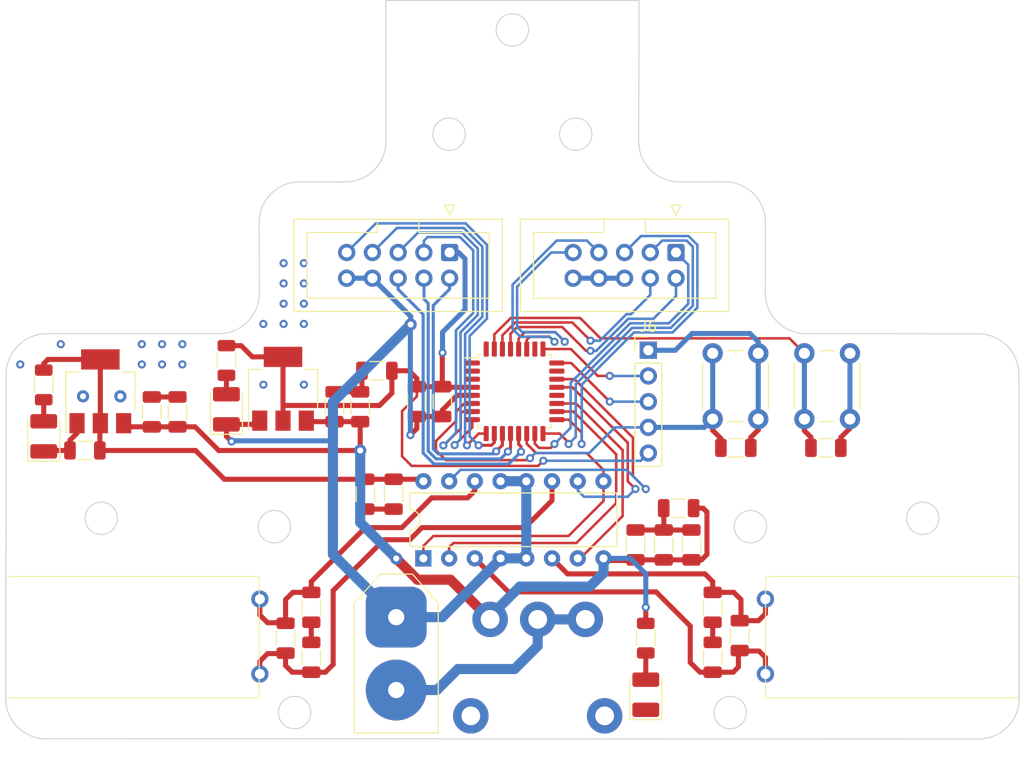
<source format=kicad_pcb>
(kicad_pcb (version 20221018) (generator pcbnew)
  (layers (0 "F.Cu" signal) (31 "B.Cu" signal) (34 "B.Paste" user) (35 "F.Paste" user) (36 "B.SilkS" user "B.Silkscreen") (37 "F.SilkS" user "F.Silkscreen") (38 "B.Mask" user) (39 "F.Mask" user) (44 "Edge.Cuts" user))
  (net 0 "")
  (net 1 "GND")
  (net 2 "+3V3")
  (net 3 "VCC")
  (net 4 "+5V")
  (net 5 "1A_M")
  (net 6 "1B_M")
  (net 7 "2A_M")
  (net 8 "2B_M")
  (net 9 "NRST")
  (net 10 "Net-(D1-A)")
  (net 11 "Net-(D2-A)")
  (net 12 "Net-(D3-A)")
  (net 13 "Net-(J1-Pin_2)")
  (net 14 "A0")
  (net 15 "A1")
  (net 16 "A2")
  (net 17 "A3")
  (net 18 "A4")
  (net 19 "A5")
  (net 20 "A6")
  (net 21 "LD0")
  (net 22 "LD1")
  (net 23 "LD2")
  (net 24 "LD3")
  (net 25 "LD4")
  (net 26 "LD5")
  (net 27 "LD6")
  (net 28 "SWCLK")
  (net 29 "SWDIO")
  (net 33 "EN")
  (net 34 "1A")
  (net 35 "1B")
  (net 37 "2A")
  (net 38 "2B")
  (net 41 "CAL_INT")
  (footprint "LED_SMD:LED_1210_3225Metric_Pad1.42x2.65mm_HandSolder" (layer "F.Cu") (at 98.228 88.535 90)
    (fp_text reference "D2" hide)
    (fp_text value "LED")
  )
  (footprint "Capacitor_SMD:C_1206_3216Metric" (layer "F.Cu") (at 166.554 89.678 180)
    (fp_text reference "C19" hide)
    (fp_text value "100nF")
  )
  (footprint "Capacitor_SMD:C_1206_3216Metric" (layer "F.Cu") (at 137.578682 85.106 90)
    (fp_text reference "C2" hide)
    (fp_text value "100nF")
  )
  (footprint "Capacitor_SMD:C_1206_3216Metric" (layer "F.Cu") (at 126.93 85.614 90)
    (fp_text reference "C4" hide)
    (fp_text value "100nF")
  )
  (footprint "AA_Switches:SPDT_5MS1S102AM6QE" (layer "F.Cu") (at 146.996 111.3825)
    (fp_text reference "SW2" hide)
    (fp_text value "SW_SPDT")
  )
  (footprint "Capacitor_SMD:C_1206_3216Metric" (layer "F.Cu") (at 122.104 108.474 -90)
    (fp_text reference "C17" hide)
    (fp_text value "100nF")
  )
  (footprint "Button_Switch_THT:SW_PUSH_6mm" (layer "F.Cu") (at 164.268 86.832 90)
    (fp_text reference "SW1" hide)
    (fp_text value "~")
  )
  (footprint "Capacitor_SMD:C_1206_3216Metric" (layer "F.Cu") (at 164.268 105.426 -90)
    (fp_text reference "C15" hide)
    (fp_text value "100nF")
  )
  (footprint "Package_DIP:DIP-16_W7.62mm" (layer "F.Cu") (at 135.708 100.59 90)
    (fp_text reference "U4" hide)
    (fp_text value "L293D")
  )
  (footprint "Capacitor_SMD:C_1206_3216Metric" (layer "F.Cu") (at 111.436 86.122 90)
    (fp_text reference "C6" hide)
    (fp_text value "10uF")
  )
  (footprint "Capacitor_SMD:C_1206_3216Metric" (layer "F.Cu") (at 135.058 85.106 90)
    (fp_text reference "C1" hide)
    (fp_text value "4,7uF")
  )
  (footprint "Capacitor_SMD:C_1206_3216Metric" (layer "F.Cu") (at 164.268 110.363 -90)
    (fp_text reference "C13" hide)
    (fp_text value "100nF")
  )
  (footprint "Capacitor_SMD:C_1206_3216Metric" (layer "F.Cu") (at 124.644 110.363 -90)
    (fp_text reference "C16" hide)
    (fp_text value "100nF")
  )
  (footprint "LED_SMD:LED_1210_3225Metric_Pad1.42x2.65mm_HandSolder" (layer "F.Cu") (at 157.664 114.062 90)
    (fp_text reference "D3" hide)
    (fp_text value "LED")
  )
  (footprint "Package_TO_SOT_SMD:SOT-223-3_TabPin2" (layer "F.Cu") (at 121.85 83.836 90)
    (fp_text reference "U2" hide)
    (fp_text value "AMS1117-3.3")
  )
  (footprint "Button_Switch_THT:SW_PUSH_6mm" (layer "F.Cu") (at 173.321 86.832 90)
    (fp_text reference "SW3" hide)
    (fp_text value "~")
  )
  (footprint "Capacitor_SMD:C_1206_3216Metric" (layer "F.Cu") (at 156.648 99.265 90)
    (fp_text reference "C12" hide)
    (fp_text value "100nF")
  )
  (footprint "Resistor_SMD:R_1206_3216Metric" (layer "F.Cu") (at 157.664 108.474 90)
    (fp_text reference "R3" hide)
    (fp_text value "R")
  )
  (footprint "Capacitor_SMD:C_1206_3216Metric" (layer "F.Cu") (at 159.442 99.265 90)
    (fp_text reference "C11" hide)
    (fp_text value "10uF")
  )
  (footprint "Package_TO_SOT_SMD:SOT-223-3_TabPin2" (layer "F.Cu") (at 103.816 84.09 90)
    (fp_text reference "U3" hide)
    (fp_text value "AMS1117-5.0")
  )
  (footprint "Resistor_SMD:R_1206_3216Metric" (layer "F.Cu") (at 98.228 83.455 90)
    (fp_text reference "R2" hide)
    (fp_text value "R")
  )
  (footprint "AB_Connector_IDC:IDC-Header_2x05_P2.54mm_Vertical" (layer "F.Cu") (at 160.647802 70.374 -90)
    (fp_text reference "J5" hide)
    (fp_text value "Conn_02x05_Odd_Even")
  )
  (footprint "AA_Connectors:Pollolu_motor_goldpin" (layer "F.Cu") (at 119.564 108.314 -90)
    (fp_text reference "J3" hide)
    (fp_text value "Screw_Terminal_01x02")
  )
  (footprint "AB_Connector_PinHeader_2.54mm:PinHeader_1x05_P2.54mm_Vertical" (layer "F.Cu") (at 157.918 80.031)
    (fp_text reference "J6")
    (fp_text value "Conn_01x05_Pin")
  )
  (footprint "LED_SMD:LED_1210_3225Metric_Pad1.42x2.65mm_HandSolder" (layer "F.Cu") (at 116.262 85.868 90)
    (fp_text reference "D1" hide)
    (fp_text value "LED")
  )
  (footprint "Capacitor_SMD:C_1206_3216Metric" (layer "F.Cu") (at 162.179 99.265 90)
    (fp_text reference "C21" hide)
    (fp_text value "10uF")
  )
  (footprint "AB_Connector_IDC:IDC-Header_2x05_P2.54mm_Vertical" (layer "F.Cu") (at 138.295802 70.374 -90)
    (fp_text reference "J4" hide)
    (fp_text value "Conn_02x05_Odd_Even")
  )
  (footprint "Resistor_SMD:R_1206_3216Metric" (layer "F.Cu") (at 116.262 81.042 90)
    (fp_text reference "R1" hide)
    (fp_text value "R")
  )
  (footprint "Capacitor_SMD:C_1206_3216Metric" (layer "F.Cu") (at 175.444 89.678 180)
    (fp_text reference "C20" hide)
    (fp_text value "100nF")
  )
  (footprint "Capacitor_SMD:C_1206_3216Metric" (layer "F.Cu") (at 108.896 86.122 90)
    (fp_text reference "C7" hide)
    (fp_text value "100nF")
  )
  (footprint "Capacitor_SMD:C_1206_3216Metric" (layer "F.Cu") (at 124.644 105.426 -90)
    (fp_text reference "C18" hide)
    (fp_text value "100nF")
  )
  (footprint "Capacitor_SMD:C_1206_3216Metric" (layer "F.Cu") (at 131.121 82.058 180)
    (fp_text reference "C5" hide)
    (fp_text value "22uF")
  )
  (footprint "Capacitor_SMD:C_1206_3216Metric" (layer "F.Cu") (at 166.935 108.22 -90)
    (fp_text reference "C14" hide)
    (fp_text value "100nF")
  )
  (footprint "Capacitor_SMD:C_1206_3216Metric" (layer "F.Cu") (at 129.47 85.614 90)
    (fp_text reference "C3" hide)
    (fp_text value "10uF")
  )
  (footprint "AB_Connector_AMASS:AMASS_XT60-M_1x02_P7.20mm_Vertical" (layer "F.Cu") (at 133.026 106.398 -90)
    (fp_text reference "J1" hide)
    (fp_text value "Screw_Terminal_01x02")
  )
  (footprint "Capacitor_SMD:C_1206_3216Metric" (layer "F.Cu") (at 160.909 95.631 180)
    (fp_text reference "C22" hide)
    (fp_text value "10uF")
  )
  (footprint "Capacitor_SMD:C_1206_3216Metric" (layer "F.Cu") (at 102.292 89.932 180)
    (fp_text reference "C8" hide)
    (fp_text value "22uF")
  )
  (footprint "AA_Connectors:Pollolu_motor_goldpin" (layer "F.Cu") (at 169.475 108.314 90)
    (fp_text reference "J2" hide)
    (fp_text value "Screw_Terminal_01x02")
  )
  (footprint "Package_QFP:LQFP-32_7x7mm_P0.8mm" (layer "F.Cu") (at 144.71 84.09)
    (fp_text reference "U1" hide)
    (fp_text value "STM32G030K6Tx")
  )
  (footprint "Capacitor_SMD:C_1206_3216Metric" (layer "F.Cu") (at 132.772 94.25 90)
    (fp_text reference "C9" hide)
    (fp_text value "10uF")
  )
  (footprint "Capacitor_SMD:C_1206_3216Metric" (layer "F.Cu") (at 129.978 94.25 90)
    (fp_text reference "C10" hide)
    (fp_text value "100nF")
  )
  (gr_rect (start 94.494 102.38) (end 119.494 114.38) (stroke (width 0.1)) (fill none) (layer "F.SilkS"))
  (gr_rect (start 169.494 102.38) (end 194.494 114.38) (stroke (width 0.1)) (fill none) (layer "F.SilkS"))
  (gr_line (start 190.494 78.4136) (end 173.462801 78.387199) (stroke (width 0.1)) (layer "Edge.Cuts"))
  (gr_arc (start 119.4948 67.3984) (mid 120.666373 64.569973) (end 123.4948 63.3984) (stroke (width 0.1)) (layer "Edge.Cuts"))
  (gr_circle (center 150.744 58.69) (end 152.344 58.69) (stroke (width 0.1)) (fill none) (layer "Edge.Cuts"))
  (gr_line (start 98.5328 78.4004) (end 115.5132 78.3872) (stroke (width 0.1)) (layer "Edge.Cuts"))
  (gr_circle (center 103.9104 96.634) (end 105.5104 96.634) (stroke (width 0.1)) (fill none) (layer "Edge.Cuts"))
  (gr_circle (center 167.994 97.46) (end 169.594 97.46) (stroke (width 0.1)) (fill none) (layer "Edge.Cuts"))
  (gr_line (start 132.01 59.4012) (end 131.994 45.482) (stroke (width 0.1)) (layer "Edge.Cuts"))
  (gr_circle (center 185.0016 96.634) (end 186.6016 96.634) (stroke (width 0.1)) (fill none) (layer "Edge.Cuts"))
  (gr_line (start 156.966 59.4012) (end 156.994 45.482) (stroke (width 0.1)) (layer "Edge.Cuts"))
  (gr_arc (start 94.5196 82.4136) (mid 95.695039 79.575839) (end 98.5328 78.4004) (stroke (width 0.1)) (layer "Edge.Cuts"))
  (gr_arc (start 132.01 59.4012) (mid 130.838427 62.229627) (end 128.01 63.4012) (stroke (width 0.1)) (layer "Edge.Cuts"))
  (gr_line (start 194.494 82.4136) (end 194.5316 114.4308) (stroke (width 0.1)) (layer "Edge.Cuts"))
  (gr_arc (start 165.471973 63.395227) (mid 168.3004 64.5668) (end 169.471973 67.395227) (stroke (width 0.1)) (layer "Edge.Cuts"))
  (gr_line (start 128.01 63.4012) (end 123.4948 63.3984) (stroke (width 0.1)) (layer "Edge.Cuts"))
  (gr_line (start 169.462801 74.387199) (end 169.471973 67.395227) (stroke (width 0.1)) (layer "Edge.Cuts"))
  (gr_line (start 119.5132 74.3872) (end 119.4948 67.3984) (stroke (width 0.1)) (layer "Edge.Cuts"))
  (gr_line (start 131.994 45.482) (end 156.994 45.482) (stroke (width 0.1)) (layer "Edge.Cuts"))
  (gr_arc (start 160.966 63.4012) (mid 158.137573 62.229627) (end 156.966 59.4012) (stroke (width 0.1)) (layer "Edge.Cuts"))
  (gr_circle (center 122.994 115.824) (end 124.594 115.824) (stroke (width 0.1)) (fill none) (layer "Edge.Cuts"))
  (gr_line (start 98.4688 118.4176) (end 190.5316 118.4308) (stroke (width 0.1)) (layer "Edge.Cuts"))
  (gr_arc (start 190.494 78.4136) (mid 193.322427 79.585173) (end 194.494 82.4136) (stroke (width 0.1)) (layer "Edge.Cuts"))
  (gr_line (start 165.471973 63.395227) (end 160.966 63.4012) (stroke (width 0.1)) (layer "Edge.Cuts"))
  (gr_arc (start 119.5132 74.3872) (mid 118.341627 77.215627) (end 115.5132 78.3872) (stroke (width 0.1)) (layer "Edge.Cuts"))
  (gr_line (start 94.5196 82.4136) (end 94.4688 114.4176) (stroke (width 0.1)) (layer "Edge.Cuts"))
  (gr_circle (center 138.244 58.69) (end 139.844 58.69) (stroke (width 0.1)) (fill none) (layer "Edge.Cuts"))
  (gr_arc (start 98.4688 118.4176) (mid 95.640373 117.246027) (end 94.4688 114.4176) (stroke (width 0.1)) (layer "Edge.Cuts"))
  (gr_arc (start 173.462801 78.387199) (mid 170.634374 77.215626) (end 169.462801 74.387199) (stroke (width 0.1)) (layer "Edge.Cuts"))
  (gr_circle (center 120.994 97.46) (end 122.594 97.46) (stroke (width 0.1)) (fill none) (layer "Edge.Cuts"))
  (gr_arc (start 194.5316 114.4308) (mid 193.360027 117.259227) (end 190.5316 118.4308) (stroke (width 0.1)) (layer "Edge.Cuts"))
  (gr_circle (center 144.494 48.38) (end 146.094 48.38) (stroke (width 0.1)) (fill none) (layer "Edge.Cuts"))
  (gr_circle (center 165.994 115.824) (end 167.594 115.824) (stroke (width 0.1)) (fill none) (layer "Edge.Cuts"))
  (segment (start 119.1805 87.3555) (end 119.55 86.986) (width 1) (layer "F.Cu") (net 1))
  (segment (start 124.644 106.901) (end 124.644 108.888) (width 0.5) (layer "F.Cu") (net 1))
  (segment (start 116.262 87.3555) (end 116.262 88.535) (width 0.5) (layer "F.Cu") (net 1))
  (segment (start 176.919 89.678) (end 176.919 88.638) (width 0.5) (layer "F.Cu") (net 1))
  (segment (start 129.646 83.963) (end 129.47 84.139) (width 0.5) (layer "F.Cu") (net 1))
  (segment (start 101.516 88.222) (end 101.516 87.24) (width 0.5) (layer "F.Cu") (net 1))
  (segment (start 168.768 87.899) (end 168.768 86.832) (width 0.5) (layer "F.Cu") (net 1))
  (segment (start 100.817 89.932) (end 98.3185 89.932) (width 0.5) (layer "F.Cu") (net 1))
  (segment (start 139.03 84.49) (end 137.578682 85.941318) (width 0.5) (layer "F.Cu") (net 1))
  (segment (start 129.47 84.139) (end 126.93 84.139) (width 0.5) (layer "F.Cu") (net 1))
  (segment (start 132.772 95.725) (end 129.978 95.725) (width 0.5) (layer "F.Cu") (net 1))
  (segment (start 100.817 88.921) (end 101.516 88.222) (width 0.5) (layer "F.Cu") (net 1))
  (segment (start 159.442 97.79) (end 156.648 97.79) (width 0.5) (layer "F.Cu") (net 1))
  (segment (start 111.436 84.647) (end 108.896 84.647) (width 0.5) (layer "F.Cu") (net 1))
  (segment (start 159.442 97.79) (end 159.442 95.639) (width 0.5) (layer "F.Cu") (net 1))
  (segment (start 177.821 87.736) (end 177.821 86.832) (width 0.5) (layer "F.Cu") (net 1))
  (segment (start 135.058 87.773) (end 135.058 86.581) (width 0.5) (layer "F.Cu") (net 1))
  (segment (start 134.423 88.408) (end 135.058 87.773) (width 0.5) (layer "F.Cu") (net 1))
  (segment (start 168.029 89.678) (end 168.029 88.638) (width 0.5) (layer "F.Cu") (net 1))
  (segment (start 164.268 108.888) (end 164.268 106.901) (width 0.5) (layer "F.Cu") (net 1))
  (segment (start 168.029 88.638) (end 168.768 87.899) (width 0.5) (layer "F.Cu") (net 1))
  (segment (start 116.262 88.535) (end 116.77 89.043) (width 0.5) (layer "F.Cu") (net 1))
  (segment (start 176.919 88.638) (end 177.821 87.736) (width 0.5) (layer "F.Cu") (net 1))
  (segment (start 116.262 87.3555) (end 119.1805 87.3555) (width 0.5) (layer "F.Cu") (net 1))
  (segment (start 140.535 84.49) (end 139.03 84.49) (width 0.5) (layer "F.Cu") (net 1))
  (segment (start 159.442 97.79) (end 162.179 97.79) (width 0.5) (layer "F.Cu") (net 1))
  (segment (start 129.646 82.058) (end 129.646 83.963) (width 0.5) (layer "F.Cu") (net 1))
  (segment (start 159.442 95.639) (end 159.434 95.631) (width 0.5) (layer "F.Cu") (net 1))
  (segment (start 98.3185 89.932) (end 98.228 90.0225) (width 0.5) (layer "F.Cu") (net 1))
  (segment (start 137.578682 86.581) (end 135.058 86.581) (width 0.5) (layer "F.Cu") (net 1))
  (segment (start 137.578682 85.941318) (end 137.578682 86.581) (width 0.5) (layer "F.Cu") (net 1))
  (segment (start 100.817 89.932) (end 100.817 88.921) (width 0.5) (layer "F.Cu") (net 1))
  (via (at 134.423 88.408) (size 0.8) (drill 0.4) (layers "F.Cu" "B.Cu") (net 1))
  (via (at 105.791 84.582) (size 1.2) (drill 0.6) (layers "F.Cu" "B.Cu") (net 1))
  (via (at 102.108 84.582) (size 1.2) (drill 0.6) (layers "F.Cu" "B.Cu") (net 1))
  (via (at 116.77 89.043) (size 0.8) (drill 0.4) (layers "F.Cu" "B.Cu") (net 1))
  (via (at 134.4484 77.486) (size 1.2) (drill 0.6) (layers "F.Cu" "B.Cu") (net 1))
  (segment (start 134.4484 76.686598) (end 130.675802 72.914) (width 0.5) (layer "B.Cu") (net 1))
  (segment (start 126.7776 85.1568) (end 126.7776 89.043) (width 1) (layer "B.Cu") (net 1))
  (segment (start 143.328 100.59) (end 145.868 100.59) (width 1) (layer "B.Cu") (net 1))
  (segment (start 134.423 88.408) (end 134.423 77.5114) (width 0.5) (layer "B.Cu") (net 1))
  (segment (start 143.328 100.639) (end 137.569 106.398) (width 1) (layer "B.Cu") (net 1))
  (segment (start 126.7166 88.982) (end 126.7776 89.043) (width 0.5) (layer "B.Cu") (net 1))
  (segment (start 116.831 88.982) (end 126.7166 88.982) (width 0.5) (layer "B.Cu") (net 1))
  (segment (start 143.328 100.59) (end 143.328 100.639) (width 1) (layer "B.Cu") (net 1))
  (segment (start 145.868 92.97) (end 143.328 92.97) (width 1) (layer "B.Cu") (net 1))
  (segment (start 145.868 92.97) (end 145.868 100.59) (width 1) (layer "B.Cu") (net 1))
  (segment (start 137.569 106.398) (end 133.026 106.398) (width 1) (layer "B.Cu") (net 1))
  (segment (start 116.77 89.043) (end 116.831 88.982) (width 0.5) (layer "B.Cu") (net 1))
  (segment (start 150.487802 72.914) (end 153.027802 72.914) (width 0.5) (layer "B.Cu") (net 1))
  (segment (start 167.951 78.375) (end 168.768 79.192) (width 0.5) (layer "B.Cu") (net 1))
  (segment (start 160.58 80.031) (end 162.236 78.375) (width 0.5) (layer "B.Cu") (net 1))
  (segment (start 162.236 78.375) (end 167.951 78.375) (width 0.5) (layer "B.Cu") (net 1))
  (segment (start 157.918 80.031) (end 160.58 80.031) (width 0.5) (layer "B.Cu") (net 1))
  (segment (start 134.423 77.5114) (end 134.4484 77.486) (width 0.5) (layer "B.Cu") (net 1))
  (segment (start 130.675802 72.914) (end 128.135802 72.914) (width 0.5) (layer "B.Cu") (net 1))
  (segment (start 134.4484 77.486) (end 134.4484 76.686598) (width 0.5) (layer "B.Cu") (net 1))
  (segment (start 168.768 79.192) (end 168.768 86.78) (width 0.5) (layer "B.Cu") (net 1))
  (segment (start 126.7776 100.1936) (end 132.982 106.398) (width 1) (layer "B.Cu") (net 1))
  (segment (start 177.821 80.332) (end 177.821 86.832) (width 0.5) (layer "B.Cu") (net 1))
  (segment (start 132.982 106.398) (end 133.026 106.398) (width 1) (layer "B.Cu") (net 1))
  (segment (start 134.4484 77.486) (end 126.7776 85.1568) (width 1) (layer "B.Cu") (net 1))
  (segment (start 126.7776 89.043) (end 126.7776 100.1936) (width 1) (layer "B.Cu") (net 1))
  (segment (start 153.027802 72.914) (end 155.567802 72.914) (width 0.5) (layer "B.Cu") (net 1))
  (segment (start 134.296 82.058) (end 135.058 82.82) (width 0.5) (layer "F.Cu") (net 2))
  (segment (start 133.604 86.052) (end 135.058 84.598) (width 0.25) (layer "F.Cu") (net 2))
  (segment (start 121.85 80.686) (end 121.85 85.487) (width 0.5) (layer "F.Cu") (net 2))
  (segment (start 137.637682 83.69) (end 137.578682 83.631) (width 0.5) (layer "F.Cu") (net 2))
  (segment (start 137.598 80.28) (end 137.578682 80.299318) (width 0.5) (layer "F.Cu") (net 2))
  (segment (start 135.058 82.82) (end 135.058 83.631) (width 0.5) (layer "F.Cu") (net 2))
  (segment (start 116.262 79.5795) (end 117.7205 79.5795) (width 0.5) (layer "F.Cu") (net 2))
  (segment (start 132.596 84.266) (end 131.375 85.487) (width 0.5) (layer "F.Cu") (net 2))
  (segment (start 117.7205 79.5795) (end 118.827 80.686) (width 0.5) (layer "F.Cu") (net 2))
  (segment (start 118.827 80.686) (end 121.85 80.686) (width 0.5) (layer "F.Cu") (net 2))
  (segment (start 131.375 85.487) (end 121.85 85.487) (width 0.5) (layer "F.Cu") (net 2))
  (segment (start 133.604 90.51) (end 133.604 86.052) (width 0.25) (layer "F.Cu") (net 2))
  (segment (start 140.535 83.69) (end 137.637682 83.69) (width 0.5) (layer "F.Cu") (net 2))
  (segment (start 147.545799 90.948) (end 147.037799 91.456) (width 0.25) (layer "F.Cu") (net 2))
  (segment (start 134.55 91.456) (end 133.604 90.51) (width 0.25) (layer "F.Cu") (net 2))
  (segment (start 135.058 84.598) (end 135.058 83.631) (width 0.25) (layer "F.Cu") (net 2))
  (segment (start 132.596 82.058) (end 132.596 84.266) (width 0.5) (layer "F.Cu") (net 2))
  (segment (start 137.578682 80.299318) (end 137.578682 83.631) (width 0.5) (layer "F.Cu") (net 2))
  (segment (start 132.596 82.058) (end 134.296 82.058) (width 0.5) (layer "F.Cu") (net 2))
  (segment (start 147.037799 91.456) (end 134.55 91.456) (width 0.25) (layer "F.Cu") (net 2))
  (segment (start 121.85 85.487) (end 121.85 86.986) (width 0.5) (layer "F.Cu") (net 2))
  (segment (start 135.058 83.631) (end 137.578682 83.631) (width 0.5) (layer "F.Cu") (net 2))
  (via (at 123.91 71.432) (size 0.8) (drill 0.4) (layers "F.Cu" "B.Cu") (net 2))
  (via (at 123.91 77.432) (size 0.8) (drill 0.4) (layers "F.Cu" "B.Cu") (net 2))
  (via (at 123.91 73.432) (size 0.8) (drill 0.4) (layers "F.Cu" "B.Cu") (net 2))
  (via (at 147.545799 90.948) (size 0.8) (drill 0.4) (layers "F.Cu" "B.Cu") (net 2))
  (via (at 121.91 75.432) (size 0.8) (drill 0.4) (layers "F.Cu" "B.Cu") (net 2))
  (via (at 119.91 77.432) (size 0.8) (drill 0.4) (layers "F.Cu" "B.Cu") (net 2))
  (via (at 123.91 75.432) (size 0.8) (drill 0.4) (layers "F.Cu" "B.Cu") (net 2))
  (via (at 121.91 71.432) (size 0.8) (drill 0.4) (layers "F.Cu" "B.Cu") (net 2))
  (via (at 119.91 83.432) (size 0.8) (drill 0.4) (layers "F.Cu" "B.Cu") (net 2))
  (via (at 137.598 80.28) (size 0.8) (drill 0.4) (layers "F.Cu" "B.Cu") (net 2))
  (via (at 121.91 73.432) (size 0.8) (drill 0.4) (layers "F.Cu" "B.Cu") (net 2))
  (via (at 121.91 77.432) (size 0.8) (drill 0.4) (layers "F.Cu" "B.Cu") (net 2))
  (via (at 123.91 83.432) (size 0.8) (drill 0.4) (layers "F.Cu" "B.Cu") (net 2))
  (segment (start 157.161 90.948) (end 157.918 90.191) (width 0.25) (layer "B.Cu") (net 2))
  (segment (start 147.545799 90.948) (end 157.161 90.948) (width 0.25) (layer "B.Cu") (net 2))
  (segment (start 139.819802 71.009) (end 139.184802 70.374) (width 0.5) (layer "B.Cu") (net 2))
  (segment (start 137.598 80.28) (end 137.598 78.248) (width 0.5) (layer "B.Cu") (net 2))
  (segment (start 137.598 78.248) (end 139.819802 76.026198) (width 0.5) (layer "B.Cu") (net 2))
  (segment (start 139.819802 76.026198) (end 139.819802 74.692) (width 0.5) (layer "B.Cu") (net 2))
  (segment (start 139.184802 70.374) (end 138.295802 70.374) (width 0.5) (layer "B.Cu") (net 2))
  (segment (start 139.819802 74.692) (end 139.819802 71.009) (width 0.5) (layer "B.Cu") (net 2))
  (segment (start 108.896 87.597) (end 106.473 87.597) (width 0.5) (layer "F.Cu") (net 3))
  (segment (start 126.93 87.089) (end 124.253 87.089) (width 0.5) (layer "F.Cu") (net 3))
  (segment (start 157.664 105.426) (end 157.664 107.0115) (width 0.5) (layer "F.Cu") (net 3))
  (segment (start 129.47 89.932) (end 129.47 87.089) (width 0.5) (layer "F.Cu") (net 3))
  (segment (start 162.179 100.74) (end 163.166 100.74) (width 0.5) (layer "F.Cu") (net 3))
  (segment (start 111.436 87.597) (end 108.896 87.597) (width 0.5) (layer "F.Cu") (net 3))
  (segment (start 163.703 96.012) (end 163.322 95.631) (width 0.5) (layer "F.Cu") (net 3))
  (segment (start 142.296 106.6175) (end 138.3765 102.698) (width 1) (layer "F.Cu") (net 3))
  (segment (start 135.124 102.698) (end 133.026 100.6) (width 1) (layer "F.Cu") (net 3))
  (segment (start 129.47 87.089) (end 126.93 87.089) (width 0.5) (layer "F.Cu") (net 3))
  (segment (start 162.179 100.74) (end 159.442 100.74) (width 0.5) (layer "F.Cu") (net 3))
  (segment (start 163.703 100.203) (end 163.703 96.012) (width 0.5) (layer "F.Cu") (net 3))
  (segment (start 115.5 89.932) (end 113.165 87.597) (width 0.5) (layer "F.Cu") (net 3))
  (segment (start 106.473 87.597) (end 106.116 87.24) (width 1) (layer "F.Cu") (net 3))
  (segment (start 124.253 87.089) (end 124.15 86.986) (width 1) (layer "F.Cu") (net 3))
  (segment (start 138.3765 102.698) (end 135.124 102.698) (width 1) (layer "F.Cu") (net 3))
  (segment (start 163.322 95.631) (end 162.384 95.631) (width 0.5) (layer "F.Cu") (net 3))
  (segment (start 163.166 100.74) (end 163.703 100.203) (width 0.5) (layer "F.Cu") (net 3))
  (segment (start 156.648 100.805) (end 153.703 100.805) (width 0.5) (layer "F.Cu") (net 3))
  (segment (start 153.703 100.805) (end 153.488 100.59) (width 1) (layer "F.Cu") (net 3))
  (segment (start 159.442 100.74) (end 156.648 100.74) (width 0.5) (layer "F.Cu") (net 3))
  (segment (start 129.47 89.932) (end 115.5 89.932) (width 0.5) (layer "F.Cu") (net 3))
  (segment (start 113.165 87.597) (end 111.436 87.597) (width 0.5) (layer "F.Cu") (net 3))
  (via (at 129.47 89.932) (size 1.2) (drill 0.6) (layers "F.Cu" "B.Cu") (net 3))
  (via (at 157.664 105.426) (size 0.8) (drill 0.4) (layers "F.Cu" "B.Cu") (net 3))
  (via (at 133.026 100.6) (size 1.2) (drill 0.6) (layers "F.Cu" "B.Cu") (net 3))
  (segment (start 142.296 106.316) (end 145.234 103.378) (width 1) (layer "B.Cu") (net 3))
  (segment (start 157.664 102.124) (end 157.664 105.426) (width 0.5) (layer "B.Cu") (net 3))
  (segment (start 129.47 97.044) (end 133.026 100.6) (width 1) (layer "B.Cu") (net 3))
  (segment (start 153.488 102.036) (end 153.488 100.59) (width 1) (layer "B.Cu") (net 3))
  (segment (start 156.13 100.59) (end 157.664 102.124) (width 0.5) (layer "B.Cu") (net 3))
  (segment (start 142.296 106.6175) (end 142.296 106.316) (width 1) (layer "B.Cu") (net 3))
  (segment (start 152.146 103.378) (end 153.488 102.036) (width 1) (layer "B.Cu") (net 3))
  (segment (start 153.488 100.59) (end 156.13 100.59) (width 0.5) (layer "B.Cu") (net 3))
  (segment (start 145.234 103.378) (end 152.146 103.378) (width 1) (layer "B.Cu") (net 3))
  (segment (start 129.47 89.932) (end 129.47 97.044) (width 1) (layer "B.Cu") (net 3))
  (segment (start 135.513 92.775) (end 135.708 92.97) (width 1) (layer "F.Cu") (net 4))
  (segment (start 98.228 81.9925) (end 98.228 81.35) (width 0.5) (layer "F.Cu") (net 4))
  (segment (start 98.638 80.94) (end 103.816 80.94) (width 0.5) (layer "F.Cu") (net 4))
  (segment (start 129.978 92.775) (end 132.772 92.775) (width 0.5) (layer "F.Cu") (net 4))
  (segment (start 113.214 89.932) (end 116.057 92.775) (width 0.5) (layer "F.Cu") (net 4))
  (segment (start 98.228 81.35) (end 98.638 80.94) (width 0.5) (layer "F.Cu") (net 4))
  (segment (start 116.057 92.775) (end 129.978 92.775) (width 0.5) (layer "F.Cu") (net 4))
  (segment (start 103.767 89.932) (end 103.767 87.289) (width 0.5) (layer "F.Cu") (net 4))
  (segment (start 103.767 87.289) (end 103.816 87.24) (width 1) (layer "F.Cu") (net 4))
  (segment (start 132.772 92.775) (end 135.513 92.775) (width 0.5) (layer "F.Cu") (net 4))
  (segment (start 103.767 89.932) (end 113.214 89.932) (width 0.5) (layer "F.Cu") (net 4))
  (segment (start 103.816 80.94) (end 103.816 87.24) (width 0.5) (layer "F.Cu") (net 4))
  (via (at 111.91 79.432) (size 0.8) (drill 0.4) (layers "F.Cu" "B.Cu") (net 4))
  (via (at 99.91 79.432) (size 0.8) (drill 0.4) (layers "F.Cu" "B.Cu") (net 4))
  (via (at 111.91 81.432) (size 0.8) (drill 0.4) (layers "F.Cu" "B.Cu") (net 4))
  (via (at 109.91 81.432) (size 0.8) (drill 0.4) (layers "F.Cu" "B.Cu") (net 4))
  (via (at 107.91 81.432) (size 0.8) (drill 0.4) (layers "F.Cu" "B.Cu") (net 4))
  (via (at 107.91 79.432) (size 0.8) (drill 0.4) (layers "F.Cu" "B.Cu") (net 4))
  (via (at 109.91 79.432) (size 0.8) (drill 0.4) (layers "F.Cu" "B.Cu") (net 4))
  (via (at 95.91 81.432) (size 0.8) (drill 0.4) (layers "F.Cu" "B.Cu") (net 4))
  (segment (start 166.292 111.838) (end 166.808 111.322) (width 0.5) (layer "F.Cu") (net 5))
  (segment (start 162.052 107.274) (end 162.052 110.871) (width 0.5) (layer "F.Cu") (net 5))
  (segment (start 163.019 111.838) (end 166.292 111.838) (width 0.5) (layer "F.Cu") (net 5))
  (segment (start 166.808 109.822) (end 166.935 109.695) (width 1) (layer "F.Cu") (net 5))
  (segment (start 162.052 110.871) (end 163.019 111.838) (width 0.5) (layer "F.Cu") (net 5))
  (segment (start 169.475 110.379) (end 169.475 112.014) (width 0.5) (layer "F.Cu") (net 5))
  (segment (start 166.935 109.695) (end 166.984 109.744) (width 1) (layer "F.Cu") (net 5))
  (segment (start 140.788 100.59) (end 144.1 103.902) (width 0.5) (layer "F.Cu") (net 5))
  (segment (start 166.984 109.744) (end 168.84 109.744) (width 0.5) (layer "F.Cu") (net 5))
  (segment (start 166.808 111.322) (end 166.808 109.822) (width 0.5) (layer "F.Cu") (net 5))
  (segment (start 144.1 103.902) (end 158.68 103.902) (width 0.5) (layer "F.Cu") (net 5))
  (segment (start 158.68 103.902) (end 162.052 107.274) (width 0.5) (layer "F.Cu") (net 5))
  (segment (start 167.013 109.773) (end 166.935 109.695) (width 1) (layer "F.Cu") (net 5))
  (segment (start 168.84 109.744) (end 169.475 110.379) (width 0.5) (layer "F.Cu") (net 5))
  (segment (start 149.942 102.124) (end 148.408 100.59) (width 0.5) (layer "F.Cu") (net 6))
  (segment (start 164.268 103.951) (end 166.349 103.951) (width 0.5) (layer "F.Cu") (net 6))
  (segment (start 163.506 102.124) (end 149.942 102.124) (width 0.5) (layer "F.Cu") (net 6))
  (segment (start 169.475 106.061) (end 169.475 104.614) (width 0.5) (layer "F.Cu") (net 6))
  (segment (start 168.791 106.745) (end 169.475 106.061) (width 0.5) (layer "F.Cu") (net 6))
  (segment (start 164.268 103.951) (end 164.268 102.886) (width 0.5) (layer "F.Cu") (net 6))
  (segment (start 166.935 106.745) (end 168.791 106.745) (width 0.5) (layer "F.Cu") (net 6))
  (segment (start 167.062 104.664) (end 167.062 106.618) (width 0.5) (layer "F.Cu") (net 6))
  (segment (start 164.268 102.886) (end 163.506 102.124) (width 0.5) (layer "F.Cu") (net 6))
  (segment (start 166.349 103.951) (end 167.062 104.664) (width 0.5) (layer "F.Cu") (net 6))
  (segment (start 167.062 106.618) (end 166.935 106.745) (width 1) (layer "F.Cu") (net 6))
  (segment (start 145.726 97.552) (end 135.566 97.552) (width 0.5) (layer "F.Cu") (net 7))
  (segment (start 122.104 109.949) (end 122.055 109.998) (width 1) (layer "F.Cu") (net 7))
  (segment (start 124.644 111.838) (end 122.76 111.838) (width 0.5) (layer "F.Cu") (net 7))
  (segment (start 126.803 103.775) (end 126.803 111.068) (width 0.5) (layer "F.Cu") (net 7))
  (segment (start 122.055 109.998) (end 120.326 109.998) (width 0.5) (layer "F.Cu") (net 7))
  (segment (start 148.408 94.87) (end 145.726 97.552) (width 0.5) (layer "F.Cu") (net 7))
  (segment (start 119.564 110.76) (end 119.564 112.014) (width 0.5) (layer "F.Cu") (net 7))
  (segment (start 126.803 111.068) (end 126.033 111.838) (width 0.5) (layer "F.Cu") (net 7))
  (segment (start 126.033 111.838) (end 124.644 111.838) (width 0.5) (layer "F.Cu") (net 7))
  (segment (start 131.826 98.752) (end 126.803 103.775) (width 0.5) (layer "F.Cu") (net 7))
  (segment (start 120.326 109.998) (end 119.564 110.76) (width 0.5) (layer "F.Cu") (net 7))
  (segment (start 135.566 97.552) (end 134.366 98.752) (width 0.5) (layer "F.Cu") (net 7))
  (segment (start 148.408 92.97) (end 148.408 94.87) (width 0.5) (layer "F.Cu") (net 7))
  (segment (start 134.366 98.752) (end 131.826 98.752) (width 0.5) (layer "F.Cu") (net 7))
  (segment (start 122.76 111.838) (end 122.104 111.182) (width 0.5) (layer "F.Cu") (net 7))
  (segment (start 122.104 111.182) (end 122.104 109.949) (width 0.5) (layer "F.Cu") (net 7))
  (segment (start 122.055 106.95) (end 120.326 106.95) (width 0.5) (layer "F.Cu") (net 8))
  (segment (start 120.326 106.95) (end 119.564 106.188) (width 0.5) (layer "F.Cu") (net 8))
  (segment (start 140.788 93.908) (end 140.788 92.97) (width 0.5) (layer "F.Cu") (net 8))
  (segment (start 122.104 104.664) (end 122.104 106.999) (width 0.5) (layer "F.Cu") (net 8))
  (segment (start 129.978 97.552) (end 133.588 97.552) (width 0.5) (layer "F.Cu") (net 8))
  (segment (start 140.08 94.616) (end 140.788 93.908) (width 0.5) (layer "F.Cu") (net 8))
  (segment (start 136.524 94.616) (end 140.08 94.616) (width 0.5) (layer "F.Cu") (net 8))
  (segment (start 124.644 103.951) (end 122.817 103.951) (width 0.5) (layer "F.Cu") (net 8))
  (segment (start 122.104 106.999) (end 122.055 106.95) (width 1) (layer "F.Cu") (net 8))
  (segment (start 133.588 97.552) (end 136.524 94.616) (width 0.5) (layer "F.Cu") (net 8))
  (segment (start 122.817 103.951) (end 122.104 104.664) (width 0.5) (layer "F.Cu") (net 8))
  (segment (start 124.644 103.648) (end 124.644 102.886) (width 0.5) (layer "F.Cu") (net 8))
  (segment (start 124.644 102.886) (end 129.978 97.552) (width 0.5) (layer "F.Cu") (net 8))
  (segment (start 119.564 106.188) (end 119.564 104.614) (width 0.5) (layer "F.Cu") (net 8))
  (segment (start 136.9492 89.9182) (end 136.9492 88.998655) (width 0.25) (layer "F.Cu") (net 9))
  (segment (start 146.234 90.694) (end 146.038 90.89) (width 0.25) (layer "F.Cu") (net 9))
  (segment (start 138.9514 86.088004) (end 139.749404 85.29) (width 0.25) (layer "F.Cu") (net 9))
  (segment (start 138.9514 86.996455) (end 138.9514 86.088004) (width 0.25) (layer "F.Cu") (net 9))
  (segment (start 139.749404 85.29) (end 140.535 85.29) (width 0.25) (layer "F.Cu") (net 9))
  (segment (start 165.079 88.752) (end 164.268 87.941) (width 0.5) (layer "F.Cu") (net 9))
  (segment (start 146.038 90.89) (end 137.921 90.89) (width 0.25) (layer "F.Cu") (net 9))
  (segment (start 137.921 90.89) (end 136.9492 89.9182) (width 0.25) (layer "F.Cu") (net 9))
  (segment (start 165.079 89.678) (end 165.079 88.752) (width 0.5) (layer "F.Cu") (net 9))
  (segment (start 164.268 87.941) (end 164.268 86.832) (width 0.5) (layer "F.Cu") (net 9))
  (segment (start 136.9492 88.998655) (end 138.9514 86.996455) (width 0.25) (layer "F.Cu") (net 9))
  (via (at 146.234 90.694) (size 0.8) (drill 0.4) (layers "F.Cu" "B.Cu") (net 9))
  (segment (start 164.268 80.332) (end 164.268 86.78) (width 0.5) (layer "B.Cu") (net 9))
  (segment (start 157.918 87.651) (end 163.449 87.651) (width 0.5) (layer "B.Cu") (net 9))
  (segment (start 146.742 90.186) (end 152.076 90.186) (width 0.25) (layer "B.Cu") (net 9))
  (segment (start 146.234 90.694) (end 146.742 90.186) (width 0.25) (layer "B.Cu") (net 9))
  (segment (start 154.611 87.651) (end 157.918 87.651) (width 0.25) (layer "B.Cu") (net 9))
  (segment (start 152.076 90.186) (end 154.611 87.651) (width 0.25) (layer "B.Cu") (net 9))
  (segment (start 163.449 87.651) (end 164.268 86.832) (width 0.5) (layer "B.Cu") (net 9))
  (segment (start 116.262 82.5045) (end 116.262 84.3805) (width 0.5) (layer "F.Cu") (net 10))
  (segment (start 98.228 84.9175) (end 98.228 86.9095) (width 0.5) (layer "F.Cu") (net 11))
  (segment (start 157.664 109.9365) (end 157.664 112.5745) (width 0.5) (layer "F.Cu") (net 12))
  (segment (start 144.71 111.522) (end 139.122 111.522) (width 1) (layer "B.Cu") (net 13))
  (segment (start 139.122 111.522) (end 137.046 113.598) (width 1) (layer "B.Cu") (net 13))
  (segment (start 137.046 113.598) (end 133.026 113.598) (width 1) (layer "B.Cu") (net 13))
  (segment (start 146.996 109.236) (end 144.71 111.522) (width 1) (layer "B.Cu") (net 13))
  (segment (start 146.996 106.6175) (end 146.996 109.236) (width 1) (layer "B.Cu") (net 13))
  (segment (start 151.696 106.6175) (end 146.996 106.6175) (width 1) (layer "B.Cu") (net 13))
  (segment (start 139.4014 87.7476) (end 139.4014 86.2744) (width 0.25) (layer "F.Cu") (net 14))
  (segment (start 139.4014 86.2744) (end 139.5858 86.09) (width 0.25) (layer "F.Cu") (net 14))
  (segment (start 137.7125 89.4365) (end 139.4014 87.7476) (width 0.25) (layer "F.Cu") (net 14))
  (segment (start 139.5858 86.09) (end 140.535 86.09) (width 0.25) (layer "F.Cu") (net 14))
  (segment (start 137.6742 89.4365) (end 137.7125 89.4365) (width 0.25) (layer "F.Cu") (net 14))
  (via (at 137.6742 89.4365) (size 0.8) (drill 0.4) (layers "F.Cu" "B.Cu") (net 14))
  (segment (start 137.6742 89.4365) (end 138.926 88.1847) (width 0.25) (layer "B.Cu") (net 14))
  (segment (start 138.926 88.1847) (end 138.926 78.061604) (width 0.25) (layer "B.Cu") (net 14))
  (segment (start 135.755802 69.222198) (end 135.755802 70.374) (width 0.25) (layer "B.Cu") (net 14))
  (segment (start 136.128 68.85) (end 135.755802 69.222198) (width 0.25) (layer "B.Cu") (net 14))
  (segment (start 139.311802 68.85) (end 136.128 68.85) (width 0.25) (layer "B.Cu") (net 14))
  (segment (start 140.628802 70.167) (end 139.311802 68.85) (width 0.25) (layer "B.Cu") (net 14))
  (segment (start 140.628802 76.358802) (end 140.628802 70.167) (width 0.25) (layer "B.Cu") (net 14))
  (segment (start 138.926 78.061604) (end 140.628802 76.358802) (width 0.25) (layer "B.Cu") (net 14))
  (segment (start 138.7918 89.3986) (end 140.535 87.6554) (width 0.25) (layer "F.Cu") (net 15))
  (segment (start 140.535 87.6554) (end 140.535 86.89) (width 0.25) (layer "F.Cu") (net 15))
  (via (at 138.7918 89.3986) (size 0.8) (drill 0.4) (layers "F.Cu" "B.Cu") (net 15))
  (segment (start 139.376 78.248) (end 141.078802 76.545198) (width 0.25) (layer "B.Cu") (net 15))
  (segment (start 135.189802 68.4) (end 133.215802 70.374) (width 0.25) (layer "B.Cu") (net 15))
  (segment (start 138.7918 89.3986) (end 139.376 88.8144) (width 0.25) (layer "B.Cu") (net 15))
  (segment (start 139.498198 68.4) (end 135.189802 68.4) (width 0.25) (layer "B.Cu") (net 15))
  (segment (start 141.078802 69.980604) (end 139.498198 68.4) (width 0.25) (layer "B.Cu") (net 15))
  (segment (start 141.078802 75.211) (end 141.078802 69.980604) (width 0.25) (layer "B.Cu") (net 15))
  (segment (start 139.376 88.8144) (end 139.376 78.248) (width 0.25) (layer "B.Cu") (net 15))
  (segment (start 141.078802 76.545198) (end 141.078802 75.211) (width 0.25) (layer "B.Cu") (net 15))
  (segment (start 141.17 88.265) (end 141.91 88.265) (width 0.25) (layer "F.Cu") (net 16))
  (segment (start 140.011 89.424) (end 141.17 88.265) (width 0.25) (layer "F.Cu") (net 16))
  (via (at 140.011 89.424) (size 0.8) (drill 0.4) (layers "F.Cu" "B.Cu") (net 16))
  (segment (start 139.826 89.239) (end 139.826 78.434396) (width 0.25) (layer "B.Cu") (net 16))
  (segment (start 139.684594 67.95) (end 133.099802 67.95) (width 0.25) (layer "B.Cu") (net 16))
  (segment (start 141.528802 76.731594) (end 141.528802 69.794208) (width 0.25) (layer "B.Cu") (net 16))
  (segment (start 133.099802 67.95) (end 130.675802 70.374) (width 0.25) (layer "B.Cu") (net 16))
  (segment (start 139.826 78.434396) (end 141.528802 76.731594) (width 0.25) (layer "B.Cu") (net 16))
  (segment (start 141.528802 69.794208) (end 139.684594 67.95) (width 0.25) (layer "B.Cu") (net 16))
  (segment (start 140.011 89.424) (end 139.826 89.239) (width 0.25) (layer "B.Cu") (net 16))
  (segment (start 141.154 89.424) (end 142.425376 89.424) (width 0.3) (layer "F.Cu") (net 17))
  (segment (start 142.425376 89.424) (end 142.71 89.139376) (width 0.3) (layer "F.Cu") (net 17))
  (segment (start 142.71 89.139376) (end 142.71 88.265) (width 0.3) (layer "F.Cu") (net 17))
  (via (at 141.154 89.424) (size 0.8) (drill 0.4) (layers "F.Cu" "B.Cu") (net 17))
  (segment (start 141.154 89.424) (end 140.276 88.546) (width 0.25) (layer "B.Cu") (net 17))
  (segment (start 140.276 78.620792) (end 141.978802 76.91799) (width 0.25) (layer "B.Cu") (net 17))
  (segment (start 131.009802 67.5) (end 128.135802 70.374) (width 0.25) (layer "B.Cu") (net 17))
  (segment (start 141.978802 69.607812) (end 139.87099 67.5) (width 0.25) (layer "B.Cu") (net 17))
  (segment (start 141.978802 76.91799) (end 141.978802 69.607812) (width 0.25) (layer "B.Cu") (net 17))
  (segment (start 140.276 88.546) (end 140.276 78.620792) (width 0.25) (layer "B.Cu") (net 17))
  (segment (start 139.87099 67.5) (end 131.009802 67.5) (width 0.25) (layer "B.Cu") (net 17))
  (segment (start 142.891165 90.017988) (end 143.51 89.399153) (width 0.3) (layer "F.Cu") (net 18))
  (segment (start 143.51 89.399153) (end 143.51 88.265) (width 0.3) (layer "F.Cu") (net 18))
  (via (at 142.891165 90.017988) (size 0.8) (drill 0.4) (layers "F.Cu" "B.Cu") (net 18))
  (segment (start 137.171488 90.267488) (end 136.6836 89.7796) (width 0.3) (layer "B.Cu") (net 18))
  (segment (start 136.6836 89.7796) (end 136.6836 75.6064) (width 0.3) (layer "B.Cu") (net 18))
  (segment (start 138.295802 73.994198) (end 138.295802 72.914) (width 0.3) (layer "B.Cu") (net 18))
  (segment (start 136.6836 75.6064) (end 138.295802 73.994198) (width 0.3) (layer "B.Cu") (net 18))
  (segment (start 142.641665 90.267488) (end 137.171488 90.267488) (width 0.3) (layer "B.Cu") (net 18))
  (segment (start 142.891165 90.017988) (end 142.641665 90.267488) (width 0.3) (layer "B.Cu") (net 18))
  (segment (start 144.053423 90.037423) (end 144.31 89.780846) (width 0.3) (layer "F.Cu") (net 19))
  (segment (start 144.31 89.780846) (end 144.31 88.265) (width 0.3) (layer "F.Cu") (net 19))
  (via (at 144.053423 90.037423) (size 0.8) (drill 0.4) (layers "F.Cu" "B.Cu") (net 19))
  (segment (start 136.964382 90.767488) (end 136.1836 89.986706) (width 0.3) (layer "B.Cu") (net 19))
  (segment (start 144.053423 90.037423) (end 143.323358 90.767488) (width 0.3) (layer "B.Cu") (net 19))
  (segment (start 135.7692 74.984893) (end 135.7692 72.927398) (width 0.3) (layer "B.Cu") (net 19))
  (segment (start 136.1836 75.399293) (end 135.7692 74.984893) (width 0.3) (layer "B.Cu") (net 19))
  (segment (start 143.323358 90.767488) (end 136.964382 90.767488) (width 0.3) (layer "B.Cu") (net 19))
  (segment (start 135.7692 72.927398) (end 135.755802 72.914) (width 0.3) (layer "B.Cu") (net 19))
  (segment (start 136.1836 89.986706) (end 136.1836 75.399293) (width 0.3) (layer "B.Cu") (net 19))
  (segment (start 145.345 89.550293) (end 145.11 89.315293) (width 0.3) (layer "F.Cu") (net 20))
  (segment (start 145.11 89.315293) (end 145.11 88.773) (width 0.3) (layer "F.Cu") (net 20))
  (segment (start 145.345 90.059) (end 145.345 89.550293) (width 0.3) (layer "F.Cu") (net 20))
  (via (at 145.345 90.059) (size 0.8) (drill 0.4) (layers "F.Cu" "B.Cu") (net 20))
  (segment (start 136.757276 91.267488) (end 135.6836 90.193812) (width 0.3) (layer "B.Cu") (net 20))
  (segment (start 144.136512 91.267488) (end 136.757276 91.267488) (width 0.3) (layer "B.Cu") (net 20))
  (segment (start 135.6836 90.193812) (end 135.6836 76.486) (width 0.3) (layer "B.Cu") (net 20))
  (segment (start 133.215802 74.018202) (end 133.215802 72.914) (width 0.3) (layer "B.Cu") (net 20))
  (segment (start 145.345 90.059) (end 144.136512 91.267488) (width 0.3) (layer "B.Cu") (net 20))
  (segment (start 135.6836 76.486) (end 133.215802 74.018202) (width 0.3) (layer "B.Cu") (net 20))
  (segment (start 148.266 89.678) (end 147.124396 89.678) (width 0.25) (layer "F.Cu") (net 21))
  (segment (start 146.71 89.263604) (end 146.71 88.265) (width 0.25) (layer "F.Cu") (net 21))
  (segment (start 147.124396 89.678) (end 146.71 89.263604) (width 0.25) (layer "F.Cu") (net 21))
  (segment (start 148.647 89.297) (end 148.266 89.678) (width 0.25) (layer "F.Cu") (net 21))
  (via (at 148.647 89.297) (size 0.8) (drill 0.4) (layers "F.Cu" "B.Cu") (net 21))
  (segment (start 156.126208 77.37) (end 159.937604 77.37) (width 0.25) (layer "B.Cu") (net 21))
  (segment (start 150.241 87.703) (end 150.241 83.255208) (width 0.25) (layer "B.Cu") (net 21))
  (segment (start 159.937604 77.37) (end 161.855 75.452604) (width 0.25) (layer "B.Cu") (net 21))
  (segment (start 148.647 89.297) (end 150.241 87.703) (width 0.25) (layer "B.Cu") (net 21))
  (segment (start 161.855 71.581198) (end 160.647802 70.374) (width 0.25) (layer "B.Cu") (net 21))
  (segment (start 150.241 83.255208) (end 156.126208 77.37) (width 0.25) (layer "B.Cu") (net 21))
  (segment (start 161.855 75.452604) (end 161.855 71.581198) (width 0.25) (layer "B.Cu") (net 21))
  (segment (start 150.044 89.297) (end 150.044 89.160695) (width 0.25) (layer "F.Cu") (net 22))
  (segment (start 149.148305 88.265) (end 147.51 88.265) (width 0.25) (layer "F.Cu") (net 22))
  (segment (start 150.044 89.160695) (end 149.148305 88.265) (width 0.25) (layer "F.Cu") (net 22))
  (via (at 150.044 89.297) (size 0.8) (drill 0.4) (layers "F.Cu" "B.Cu") (net 22))
  (segment (start 159.282802 69.199) (end 158.107802 70.374) (width 0.25) (layer "B.Cu") (net 22))
  (segment (start 160.124 77.82) (end 162.305 75.639) (width 0.25) (layer "B.Cu") (net 22))
  (segment (start 161.696 69.199) (end 159.282802 69.199) (width 0.25) (layer "B.Cu") (net 22))
  (segment (start 150.749 88.592) (end 150.749 83.383604) (width 0.25) (layer "B.Cu") (net 22))
  (segment (start 162.305 75.639) (end 162.305 69.808) (width 0.25) (layer "B.Cu") (net 22))
  (segment (start 156.312604 77.82) (end 160.124 77.82) (width 0.25) (layer "B.Cu") (net 22))
  (segment (start 150.749 83.383604) (end 156.312604 77.82) (width 0.25) (layer "B.Cu") (net 22))
  (segment (start 150.044 89.297) (end 150.749 88.592) (width 0.25) (layer "B.Cu") (net 22))
  (segment (start 162.305 69.808) (end 161.696 69.199) (width 0.25) (layer "B.Cu") (net 22))
  (segment (start 151.325451 88.165451) (end 150.05 86.89) (width 0.25) (layer "F.Cu") (net 23))
  (segment (start 150.05 86.89) (end 148.885 86.89) (width 0.25) (layer "F.Cu") (net 23))
  (segment (start 151.325451 89.297) (end 151.325451 88.165451) (width 0.25) (layer "F.Cu") (net 23))
  (via (at 151.325451 89.297) (size 0.8) (drill 0.4) (layers "F.Cu" "B.Cu") (net 23))
  (segment (start 157.192802 68.749) (end 155.567802 70.374) (width 0.25) (layer "B.Cu") (net 23))
  (segment (start 162.755 69.621604) (end 161.882396 68.749) (width 0.25) (layer "B.Cu") (net 23))
  (segment (start 156.499 78.27) (end 160.310396 78.27) (width 0.25) (layer "B.Cu") (net 23))
  (segment (start 151.3455 89.276951) (end 151.3455 83.4235) (width 0.25) (layer "B.Cu") (net 23))
  (segment (start 162.755 75.825396) (end 162.755 73.857594) (width 0.25) (layer "B.Cu") (net 23))
  (segment (start 151.325451 89.297) (end 151.3455 89.276951) (width 0.25) (layer "B.Cu") (net 23))
  (segment (start 151.3455 83.4235) (end 156.499 78.27) (width 0.25) (layer "B.Cu") (net 23))
  (segment (start 162.755 73.857594) (end 162.755 69.621604) (width 0.25) (layer "B.Cu") (net 23))
  (segment (start 161.882396 68.749) (end 157.192802 68.749) (width 0.25) (layer "B.Cu") (net 23))
  (segment (start 160.310396 78.27) (end 162.755 75.825396) (width 0.25) (layer "B.Cu") (net 23))
  (segment (start 146.2185 78.6985) (end 145.91 79.007) (width 0.25) (layer "F.Cu") (net 24))
  (segment (start 148.155 78.6985) (end 146.2185 78.6985) (width 0.25) (layer "F.Cu") (net 24))
  (segment (start 145.91 79.007) (end 145.91 79.915) (width 0.25) (layer "F.Cu") (net 24))
  (segment (start 148.647 79.1905) (end 148.155 78.6985) (width 0.25) (layer "F.Cu") (net 24))
  (via (at 148.647 79.1905) (size 0.8) (drill 0.4) (layers "F.Cu" "B.Cu") (net 24))
  (segment (start 144.514 77.926396) (end 144.514 74.888) (width 0.25) (layer "B.Cu") (net 24))
  (segment (start 144.514 74.888) (end 144.514 73.553802) (width 0.25) (layer "B.Cu") (net 24))
  (segment (start 148.868802 69.199) (end 151.852802 69.199) (width 0.25) (layer "B.Cu") (net 24))
  (segment (start 145.285604 78.698) (end 144.514 77.926396) (width 0.25) (layer "B.Cu") (net 24))
  (segment (start 148.647 79.1905) (end 148.1545 78.698) (width 0.25) (layer "B.Cu") (net 24))
  (segment (start 148.1545 78.698) (end 145.285604 78.698) (width 0.25) (layer "B.Cu") (net 24))
  (segment (start 151.852802 69.199) (end 153.027802 70.374) (width 0.25) (layer "B.Cu") (net 24))
  (segment (start 144.514 73.553802) (end 148.868802 69.199) (width 0.25) (layer "B.Cu") (net 24))
  (segment (start 148.729805 78.248) (end 145.726 78.248) (width 0.25) (layer "F.Cu") (net 25))
  (segment (start 145.726 78.248) (end 145.11 78.864) (width 0.25) (layer "F.Cu") (net 25))
  (segment (start 145.11 78.864) (end 145.11 79.915) (width 0.25) (layer "F.Cu") (net 25))
  (segment (start 149.663 79.181195) (end 148.729805 78.248) (width 0.25) (layer "F.Cu") (net 25))
  (segment (start 149.663 79.1905) (end 149.663 79.181195) (width 0.25) (layer "F.Cu") (net 25))
  (via (at 149.663 79.1905) (size 0.8) (drill 0.4) (layers "F.Cu" "B.Cu") (net 25))
  (segment (start 149.663 79.1905) (end 149.663 79.181195) (width 0.25) (layer "B.Cu") (net 25))
  (segment (start 145.472 78.248) (end 144.964 77.74) (width 0.25) (layer "B.Cu") (net 25))
  (segment (start 144.964 77.74) (end 144.964 75.074396) (width 0.25) (layer "B.Cu") (net 25))
  (segment (start 148.729805 78.248) (end 145.472 78.248) (width 0.25) (layer "B.Cu") (net 25))
  (segment (start 148.330198 70.374) (end 150.487802 70.374) (width 0.25) (layer "B.Cu") (net 25))
  (segment (start 144.964 75.074396) (end 144.964 73.740198) (width 0.25) (layer "B.Cu") (net 25))
  (segment (start 144.964 73.740198) (end 148.330198 70.374) (width 0.25) (layer "B.Cu") (net 25))
  (segment (start 149.663 79.181195) (end 148.729805 78.248) (width 0.25) (layer "B.Cu") (net 25))
  (segment (start 149.410896 77.7405) (end 144.9635 77.7405) (width 0.25) (layer "F.Cu") (net 26))
  (segment (start 152.202285 80.087136) (end 151.757532 80.087136) (width 0.25) (layer "F.Cu") (net 26))
  (segment (start 144.9635 77.7405) (end 144.31 78.394) (width 0.25) (layer "F.Cu") (net 26))
  (segment (start 144.31 78.394) (end 144.31 79.915) (width 0.25) (layer "F.Cu") (net 26))
  (segment (start 151.757532 80.087136) (end 149.410896 77.7405) (width 0.25) (layer "F.Cu") (net 26))
  (via (at 152.202285 80.087136) (size 0.8) (drill 0.4) (layers "F.Cu" "B.Cu") (net 26))
  (segment (start 155.939812 76.92) (end 158.41701 76.92) (width 0.25) (layer "B.Cu") (net 26))
  (segment (start 158.41701 76.92) (end 160.647802 74.689208) (width 0.25) (layer "B.Cu") (net 26))
  (segment (start 152.202285 80.087136) (end 152.772676 80.087136) (width 0.25) (layer "B.Cu") (net 26))
  (segment (start 152.772676 80.087136) (end 155.939812 76.92) (width 0.25) (layer "B.Cu") (net 26))
  (segment (start 160.647802 74.689208) (end 160.647802 72.914) (width 0.25) (layer "B.Cu") (net 26))
  (segment (start 150.408942 77.2905) (end 144.777104 77.2905) (width 0.25) (layer "F.Cu") (net 27))
  (segment (start 144.777104 77.2905) (end 143.51 78.557604) (width 0.25) (layer "F.Cu") (net 27))
  (segment (start 143.51 78.557604) (end 143.51 79.915) (width 0.25) (layer "F.Cu") (net 27))
  (segment (start 152.206082 79.08764) (end 150.408942 77.2905) (width 0.25) (layer "F.Cu") (net 27))
  (via (at 152.206082 79.08764) (size 0.8) (drill 0.4) (layers "F.Cu" "B.Cu") (net 27))
  (segment (start 156.202802 76.47) (end 158.107802 74.565) (width 0.25) (layer "B.Cu") (net 27))
  (segment (start 158.107802 74.565) (end 158.107802 72.914) (width 0.25) (layer "B.Cu") (net 27))
  (segment (start 152.206082 79.08764) (end 153.135776 79.08764) (width 0.25) (layer "B.Cu") (net 27))
  (segment (start 153.135776 79.08764) (end 155.753416 76.47) (width 0.25) (layer "B.Cu") (net 27))
  (segment (start 155.753416 76.47) (end 156.202802 76.47) (width 0.25) (layer "B.Cu") (net 27))
  (segment (start 150.273 79.915) (end 152.924 82.566) (width 0.25) (layer "F.Cu") (net 28))
  (segment (start 147.51 79.915) (end 150.273 79.915) (width 0.25) (layer "F.Cu") (net 28))
  (segment (start 152.924 82.566) (end 154.108 82.566) (width 0.25) (layer "F.Cu") (net 28))
  (via (at 154.108 82.566) (size 0.8) (drill 0.4) (layers "F.Cu" "B.Cu") (net 28))
  (segment (start 154.113 82.571) (end 157.918 82.571) (width 0.25) (layer "B.Cu") (net 28))
  (segment (start 154.108 82.566) (end 154.113 82.571) (width 0.25) (layer "B.Cu") (net 28))
  (segment (start 150.292 81.29) (end 148.885 81.29) (width 0.25) (layer "F.Cu") (net 29))
  (segment (start 154.108 85.106) (end 150.292 81.29) (width 0.25) (layer "F.Cu") (net 29))
  (via (at 154.108 85.106) (size 0.8) (drill 0.4) (layers "F.Cu" "B.Cu") (net 29))
  (segment (start 154.113 85.111) (end 157.918 85.111) (width 0.25) (layer "B.Cu") (net 29))
  (segment (start 154.108 85.106) (end 154.113 85.111) (width 0.25) (layer "B.Cu") (net 29))
  (segment (start 151.822 90.186) (end 153.488 91.852) (width 0.25) (layer "F.Cu") (net 33))
  (segment (start 153.488 94.924) (end 153.488 92.97) (width 0.25) (layer "F.Cu") (net 33))
  (segment (start 153.488 91.852) (end 153.488 92.97) (width 0.25) (layer "F.Cu") (net 33))
  (segment (start 150.035 98.377) (end 153.488 94.924) (width 0.25) (layer "F.Cu") (net 33))
  (segment (start 135.708 99.369) (end 136.7 98.377) (width 0.25) (layer "F.Cu") (net 33))
  (segment (start 145.91 89.268) (end 146.828 90.186) (width 0.25) (layer "F.Cu") (net 33))
  (segment (start 136.7 98.377) (end 150.035 98.377) (width 0.25) (layer "F.Cu") (net 33))
  (segment (start 135.708 100.59) (end 135.708 99.369) (width 0.25) (layer "F.Cu") (net 33))
  (segment (start 146.828 90.186) (end 151.822 90.186) (width 0.25) (layer "F.Cu") (net 33))
  (segment (start 145.91 88.265) (end 145.91 89.268) (width 0.25) (layer "F.Cu") (net 33))
  (segment (start 150.52 86.09) (end 148.885 86.09) (width 0.25) (layer "F.Cu") (net 34))
  (segment (start 138.248 99.496) (end 138.668 99.076) (width 0.25) (layer "F.Cu") (net 34))
  (segment (start 150.806 99.076) (end 154.743 95.139) (width 0.25) (layer "F.Cu") (net 34))
  (segment (start 154.743 90.313) (end 150.52 86.09) (width 0.25) (layer "F.Cu") (net 34))
  (segment (start 154.743 95.139) (end 154.743 90.313) (width 0.25) (layer "F.Cu") (net 34))
  (segment (start 138.668 99.076) (end 150.806 99.076) (width 0.25) (layer "F.Cu") (net 34))
  (segment (start 138.248 100.59) (end 138.248 99.496) (width 0.25) (layer "F.Cu") (net 34))
  (segment (start 155.378 89.891195) (end 155.378 96.410396) (width 0.25) (layer "F.Cu") (net 35))
  (segment (start 155.378 96.410396) (end 151.198396 100.59) (width 0.25) (layer "F.Cu") (net 35))
  (segment (start 148.885 85.29) (end 150.776805 85.29) (width 0.25) (layer "F.Cu") (net 35))
  (segment (start 150.776805 85.29) (end 155.378 89.891195) (width 0.25) (layer "F.Cu") (net 35))
  (segment (start 151.198396 100.59) (end 150.948 100.59) (width 0.25) (layer "F.Cu") (net 35))
  (segment (start 155.886 92.98) (end 155.886 89.17) (width 0.25) (layer "F.Cu") (net 37))
  (segment (start 156.643701 93.737701) (end 155.886 92.98) (width 0.25) (layer "F.Cu") (net 37))
  (segment (start 155.886 89.17) (end 150.406 83.69) (width 0.25) (layer "F.Cu") (net 37))
  (segment (start 150.406 83.69) (end 148.885 83.69) (width 0.25) (layer "F.Cu") (net 37))
  (via (at 156.643701 93.737701) (size 0.8) (drill 0.4) (layers "F.Cu" "B.Cu") (net 37))
  (segment (start 151.568 94.504) (end 150.948 93.884) (width 0.25) (layer "B.Cu") (net 37))
  (segment (start 150.948 93.884) (end 150.948 92.97) (width 0.25) (layer "B.Cu") (net 37))
  (segment (start 156.643701 93.737701) (end 155.877402 94.504) (width 0.25) (layer "B.Cu") (net 37))
  (segment (start 155.877402 94.504) (end 151.568 94.504) (width 0.25) (layer "B.Cu") (net 37))
  (segment (start 156.394 88.662) (end 150.622 82.89) (width 0.25) (layer "F.Cu") (net 38))
  (segment (start 157.664 93.732695) (end 156.394 92.462695) (width 0.25) (layer "F.Cu") (net 38))
  (segment (start 150.622 82.89) (end 148.885 82.89) (width 0.25) (layer "F.Cu") (net 38))
  (segment (start 156.394 92.462695) (end 156.394 88.662) (width 0.25) (layer "F.Cu") (net 38))
  (segment (start 157.664 93.742) (end 157.664 93.732695) (width 0.25) (layer "F.Cu") (net 38))
  (via (at 157.664 93.742) (size 0.8) (drill 0.4) (layers "F.Cu" "B.Cu") (net 38))
  (segment (start 155.776305 91.845) (end 139.373 91.845) (width 0.25) (layer "B.Cu") (net 38))
  (segment (start 157.664 93.742) (end 157.664 93.732695) (width 0.25) (layer "B.Cu") (net 38))
  (segment (start 157.664 93.732695) (end 155.776305 91.845) (width 0.25) (layer "B.Cu") (net 38))
  (segment (start 139.373 91.845) (end 138.248 92.97) (width 0.25) (layer "B.Cu") (net 38))
  (segment (start 151.1765 76.8405) (end 153.192 78.856) (width 0.25) (layer "F.Cu") (net 41))
  (segment (start 171.845 78.856) (end 173.321 80.332) (width 0.25) (layer "F.Cu") (net 41))
  (segment (start 173.969 89.678) (end 173.969 88.625) (width 0.5) (layer "F.Cu") (net 41))
  (segment (start 173.969 88.625) (end 173.321 87.977) (width 0.5) (layer "F.Cu") (net 41))
  (segment (start 144.3395 76.8405) (end 151.1765 76.8405) (width 0.25) (layer "F.Cu") (net 41))
  (segment (start 142.71 79.915) (end 142.71 78.47) (width 0.25) (layer "F.Cu") (net 41))
  (segment (start 173.321 87.977) (end 173.321 86.832) (width 0.5) (layer "F.Cu") (net 41))
  (segment (start 142.71 78.47) (end 144.3395 76.8405) (width 0.25) (layer "F.Cu") (net 41))
  (segment (start 153.192 78.856) (end 171.845 78.856) (width 0.25) (layer "F.Cu") (net 41))
  (segment (start 173.321 86.832) (end 173.321 80.332) (width 0.5) (layer "B.Cu") (net 41))
)
</source>
